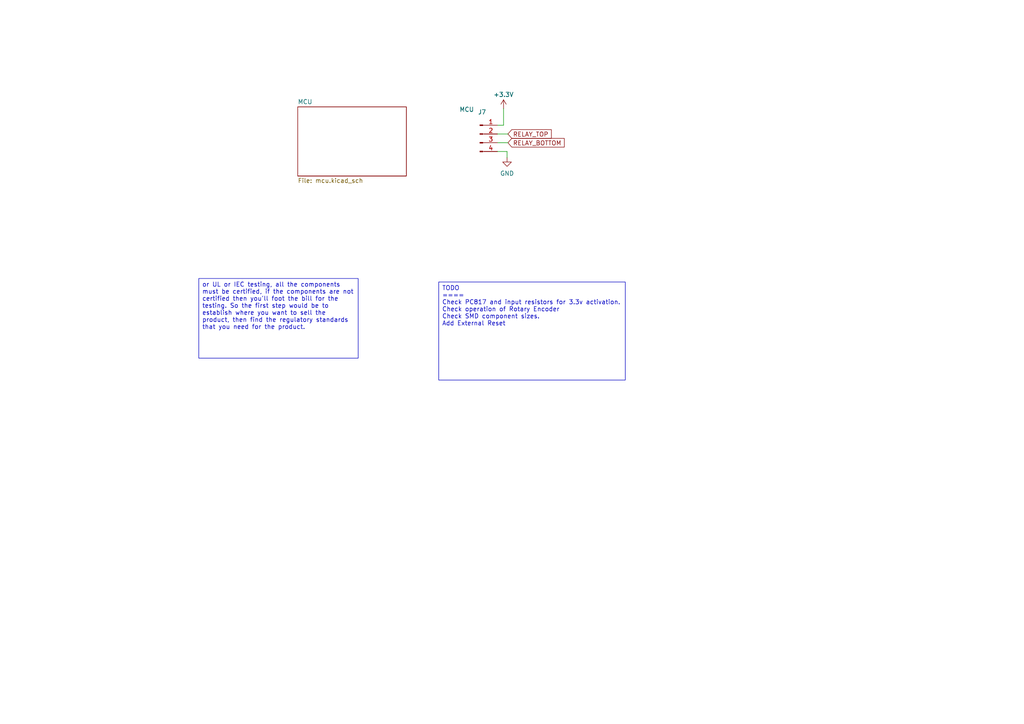
<source format=kicad_sch>
(kicad_sch (version 20230121) (generator eeschema)
  (paper "A4")
  (lib_symbols
    (symbol "Connector:Conn_01x04_Pin" (pin_names (offset 1.016) hide)
      (property "Reference" "J" (at 0 5.08 0))
      (property "Value" "Conn_01x04_Pin" (at 0 -7.62 0))
      (symbol "Conn_01x04_Pin_1_1"
        (polyline (pts (xy 1.27 -5.08) (xy 0.8636 -5.08)) (stroke (width 0.1524)))
        (polyline (pts (xy 1.27 -2.54) (xy 0.8636 -2.54)) (stroke (width 0.1524)))
        (polyline (pts (xy 1.27 0) (xy 0.8636 0)) (stroke (width 0.1524)))
        (polyline (pts (xy 1.27 2.54) (xy 0.8636 2.54)) (stroke (width 0.1524)))
        (rectangle (start 0.8636 -4.953) (end 0 -5.207) (stroke (width 0.1524)) (fill (type outline)))
        (rectangle (start 0.8636 -2.413) (end 0 -2.667) (stroke (width 0.1524)) (fill (type outline)))
        (rectangle (start 0.8636 0.127) (end 0 -0.127) (stroke (width 0.1524)) (fill (type outline)))
        (rectangle (start 0.8636 2.667) (end 0 2.413) (stroke (width 0.1524)) (fill (type outline)))
        (pin passive line (at 5.08 2.54 180) (length 3.81) (name "Pin_1") (number "1"))
        (pin passive line (at 5.08 0 180) (length 3.81) (name "Pin_2") (number "2"))
        (pin passive line (at 5.08 -2.54 180) (length 3.81) (name "Pin_3") (number "3"))
        (pin passive line (at 5.08 -5.08 180) (length 3.81) (name "Pin_4") (number "4"))
      )
    )
    (symbol "power:+3.3V" (power) (pin_names (offset 0))
      (property "Value" "+3.3V" (at 0 3.556 0))
      (symbol "+3.3V_0_1"
        (polyline (pts (xy -0.762 1.27) (xy 0 2.54)))
        (polyline (pts (xy 0 0) (xy 0 2.54)))
        (polyline (pts (xy 0 2.54) (xy 0.762 1.27)))
      )
      (symbol "+3.3V_1_1"
        (pin power_in line (at 0 0 90) (length 0) hide (name "+3.3V") (number "1"))
      )
    )
    (symbol "power:GND" (power) (pin_names (offset 0))
      (property "Value" "GND" (at 0 -3.81 0))
      (symbol "GND_0_1"
        (polyline (pts (xy 0 0) (xy 0 -1.27) (xy 1.27 -1.27) (xy 0 -2.54) (xy -1.27 -1.27) (xy 0 -1.27)))
      )
      (symbol "GND_1_1"
        (pin power_in line (at 0 0 270) (length 0) hide (name "GND") (number "1"))
      )
    )
  )
  (wire (pts (xy 147.066 43.942) (xy 147.066 45.72)))
  (wire (pts (xy 144.272 38.862) (xy 147.32 38.862)))
  (wire (pts (xy 144.272 43.942) (xy 147.066 43.942)))
  (wire (pts (xy 144.272 41.402) (xy 147.32 41.402)))
  (wire (pts (xy 146.05 31.496) (xy 146.05 36.322)))
  (wire (pts (xy 146.05 36.322) (xy 144.272 36.322)))
  (text_box "or UL or IEC testing, all the components must be certified, if the components are not certified then you'll foot the bill for the testing. So the first step would be to establish where you want to sell the product, then find the regulatory standards that you need for the product." (at 57.658 80.772 0) (size 46.228 23.114) (effects (font (size 1.27 1.27)) (justify left top)))
  (text_box "TODO\n====\nCheck PC817 and input resistors for 3.3v activation.\nCheck operation of Rotary Encoder\nCheck SMD component sizes.\nAdd External Reset\n" (at 127.254 81.788 0) (size 54.102 28.448) (effects (font (size 1.27 1.27)) (justify left top)))
  (global_label "RELAY_TOP" (shape input) (at 147.32 38.862 0) (property "Intersheetrefs" "${INTERSHEET_REFS}" (effects hide)))
  (global_label "RELAY_BOTTOM" (shape input) (at 147.32 41.402 0) (property "Intersheetrefs" "${INTERSHEET_REFS}" (effects hide)))
  (symbol (lib_id "power:+3.3V") (at 146.05 31.496 0) (unit 1)
    (property "Reference" "#PWR01" (effects hide))
    (property "Value" "+3.3V" (at 146.05 27.432 0))
  )
  (symbol (lib_id "Connector:Conn_01x04_Pin") (at 139.192 38.862 0) (unit 1)
    (property "Reference" "J7" (at 139.827 32.512 0))
    (property "Value" "MCU" (at 135.382 31.75 0))
    (property "Footprint" "Connector_PinHeader_2.54mm:PinHeader_1x04_P2.54mm_Horizontal" (effects hide))
  )
  (symbol (lib_id "power:GND") (at 147.066 45.72 0) (unit 1)
    (property "Reference" "#PWR02" (effects hide))
    (property "Value" "GND" (at 147.066 50.292 0))
  )
  (sheet (at 86.36 30.988) (size 31.496 20.066) (stroke (width 0.1524))
    (property "Sheetname" "MCU" (at 86.36 30.2764 0) (effects (justify left bottom)))
    (property "Sheetfile" "mcu.kicad_sch" (at 86.36 51.6386 0) (effects (justify left top)))
  )
)
</source>
